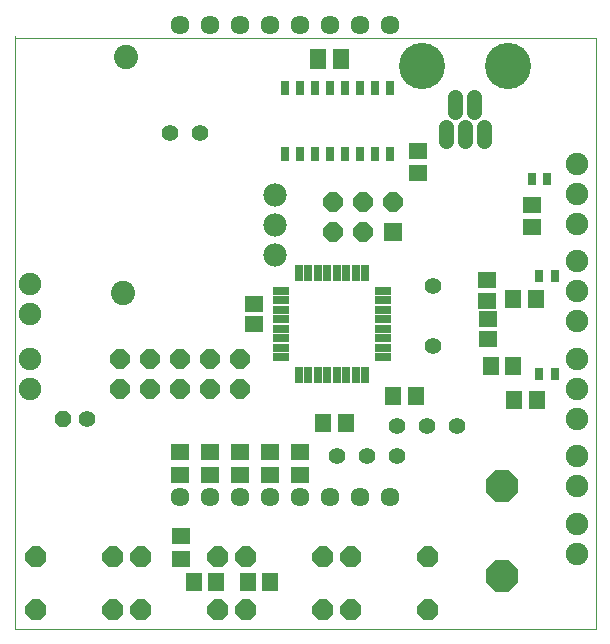
<source format=gbs>
G75*
%MOIN*%
%OFA0B0*%
%FSLAX24Y24*%
%IPPOS*%
%LPD*%
%AMOC8*
5,1,8,0,0,1.08239X$1,22.5*
%
%ADD10C,0.0000*%
%ADD11C,0.0808*%
%ADD12R,0.0631X0.0552*%
%ADD13C,0.0560*%
%ADD14R,0.0640X0.0640*%
%ADD15OC8,0.0640*%
%ADD16C,0.1540*%
%ADD17C,0.0516*%
%ADD18R,0.0540X0.0260*%
%ADD19R,0.0260X0.0540*%
%ADD20C,0.0634*%
%ADD21OC8,0.0700*%
%ADD22R,0.0552X0.0631*%
%ADD23C,0.0749*%
%ADD24OC8,0.0560*%
%ADD25R,0.0276X0.0512*%
%ADD26R,0.0552X0.0670*%
%ADD27R,0.0316X0.0394*%
%ADD28OC8,0.1040*%
%ADD29C,0.0780*%
D10*
X018150Y018150D02*
X037520Y018150D01*
X037520Y037835D01*
X018150Y037835D01*
X018150Y037900D02*
X018150Y018150D01*
D11*
X021772Y029341D03*
X021882Y037214D03*
D12*
X031602Y034081D03*
X031602Y033333D03*
X035400Y032274D03*
X035400Y031526D03*
X033914Y029756D03*
X033914Y029087D03*
X033933Y028471D03*
X033933Y027802D03*
X027650Y024024D03*
X026650Y024024D03*
X025650Y024024D03*
X024650Y024024D03*
X024650Y023276D03*
X025650Y023276D03*
X026650Y023276D03*
X027650Y023276D03*
X023650Y023276D03*
X023650Y024024D03*
X023700Y021224D03*
X023700Y020476D03*
X026148Y028294D03*
X026148Y028963D03*
D13*
X020550Y025150D03*
X028900Y023890D03*
X029900Y023890D03*
X030900Y023890D03*
X030900Y024900D03*
X031900Y024900D03*
X032900Y024900D03*
X032093Y027559D03*
X032093Y029559D03*
X024342Y034662D03*
X023342Y034662D03*
D14*
X030767Y031358D03*
D15*
X029767Y031358D03*
X028767Y031358D03*
X028767Y032358D03*
X029767Y032358D03*
X030767Y032358D03*
X025650Y027150D03*
X024650Y027150D03*
X024650Y026150D03*
X025650Y026150D03*
X023650Y026150D03*
X022650Y026150D03*
X021650Y026150D03*
X021650Y027150D03*
X022650Y027150D03*
X023650Y027150D03*
D16*
X031723Y036901D03*
X034597Y036901D03*
D17*
X033475Y035860D02*
X033475Y035385D01*
X033160Y034873D02*
X033160Y034397D01*
X032530Y034397D02*
X032530Y034873D01*
X032845Y035385D02*
X032845Y035860D01*
X033790Y034873D02*
X033790Y034397D01*
D18*
X030419Y029404D03*
X030419Y029089D03*
X030419Y028774D03*
X030419Y028459D03*
X030419Y028144D03*
X030419Y027829D03*
X030419Y027514D03*
X030419Y027199D03*
X027039Y027199D03*
X027039Y027514D03*
X027039Y027829D03*
X027039Y028144D03*
X027039Y028459D03*
X027039Y028774D03*
X027039Y029089D03*
X027039Y029404D03*
D19*
X027627Y029991D03*
X027942Y029991D03*
X028257Y029991D03*
X028571Y029991D03*
X028886Y029991D03*
X029201Y029991D03*
X029516Y029991D03*
X029831Y029991D03*
X029831Y026611D03*
X029516Y026611D03*
X029201Y026611D03*
X028886Y026611D03*
X028571Y026611D03*
X028257Y026611D03*
X027942Y026611D03*
X027627Y026611D03*
D20*
X027650Y022526D03*
X026650Y022526D03*
X025650Y022526D03*
X024650Y022526D03*
X023650Y022526D03*
X028650Y022526D03*
X029650Y022526D03*
X030650Y022526D03*
X030650Y038274D03*
X029650Y038274D03*
X028650Y038274D03*
X027650Y038274D03*
X026650Y038274D03*
X025650Y038274D03*
X024650Y038274D03*
X023650Y038274D03*
D21*
X022370Y020540D03*
X021430Y020540D03*
X021430Y018760D03*
X022370Y018760D03*
X024930Y018760D03*
X025870Y018760D03*
X025870Y020540D03*
X024930Y020540D03*
X028430Y020540D03*
X029370Y020540D03*
X029370Y018760D03*
X028430Y018760D03*
X031930Y018760D03*
X031930Y020540D03*
X018870Y020540D03*
X018870Y018760D03*
D22*
X024126Y019700D03*
X024874Y019700D03*
X025926Y019700D03*
X026674Y019700D03*
X028436Y025020D03*
X029184Y025020D03*
X030776Y025900D03*
X031524Y025900D03*
X034026Y026900D03*
X034774Y026900D03*
X034806Y025780D03*
X035554Y025780D03*
X035524Y029150D03*
X034776Y029150D03*
D23*
X036900Y029400D03*
X036900Y028400D03*
X036900Y027150D03*
X036900Y026150D03*
X036900Y025150D03*
X036900Y023900D03*
X036900Y022900D03*
X036900Y021650D03*
X036900Y020650D03*
X036900Y030400D03*
X036900Y031650D03*
X036900Y032650D03*
X036900Y033650D03*
X018650Y029650D03*
X018650Y028650D03*
X018650Y027150D03*
X018650Y026150D03*
D24*
X019750Y025150D03*
D25*
X027150Y033968D03*
X027650Y033968D03*
X028150Y033968D03*
X028650Y033968D03*
X029150Y033968D03*
X029650Y033968D03*
X030150Y033968D03*
X030650Y033968D03*
X030650Y036172D03*
X030150Y036172D03*
X029650Y036172D03*
X029150Y036172D03*
X028650Y036172D03*
X028150Y036172D03*
X027650Y036172D03*
X027150Y036172D03*
D26*
X028256Y037150D03*
X029044Y037150D03*
D27*
X035394Y033150D03*
X035906Y033150D03*
X036156Y029900D03*
X035644Y029900D03*
X035644Y026650D03*
X036156Y026650D03*
D28*
X034400Y022900D03*
X034400Y019900D03*
D29*
X026820Y030620D03*
X026820Y031620D03*
X026820Y032620D03*
M02*

</source>
